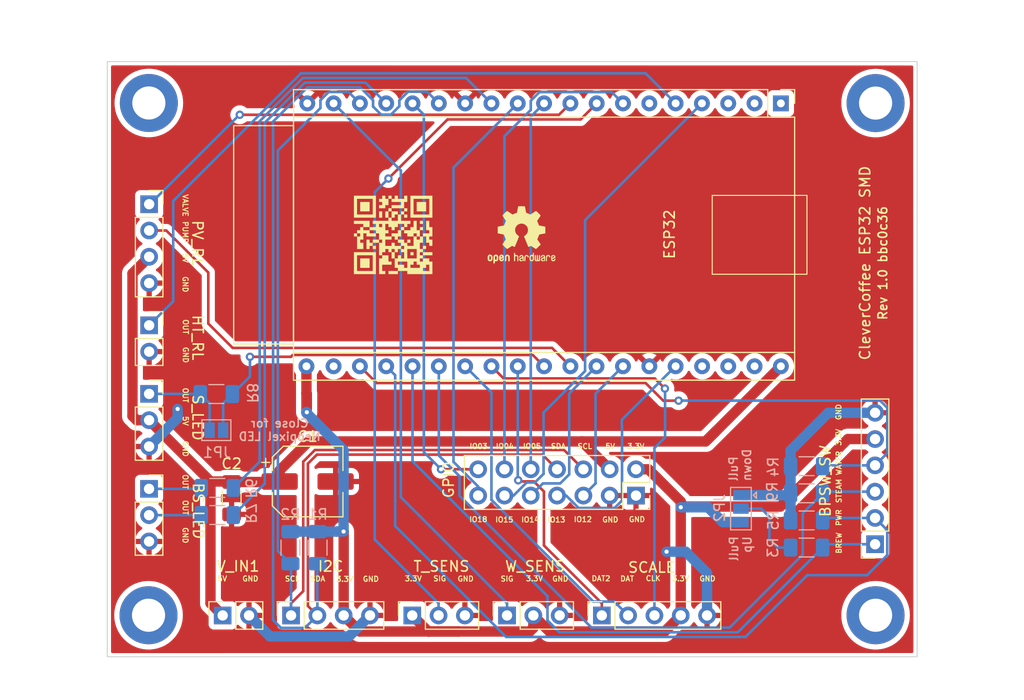
<source format=kicad_pcb>
(kicad_pcb (version 20221018) (generator pcbnew)
  (title_block (date "2023-12-28") (rev "1.0"))
  (layers (0 "F.Cu" signal) (31 "B.Cu" signal) (34 "B.Paste" user) (35 "F.Paste" user) (36 "B.SilkS" user "B.Silkscreen") (37 "F.SilkS" user "F.Silkscreen") (38 "B.Mask" user) (39 "F.Mask" user) (44 "Edge.Cuts" user))
  (net 0 "")
  (net 1 "IO16")
  (net 2 "+3V3")
  (net 3 "GND")
  (net 5 "IO2")
  (net 6 "IO34")
  (net 7 "IO4")
  (net 9 "IO5")
  (net 10 "IO19")
  (net 11 "SDA")
  (net 12 "IO18")
  (net 13 "IO3")
  (net 14 "SCL")
  (net 15 "IO36")
  (net 16 "RST")
  (net 17 "IO1")
  (net 18 "IO39")
  (net 19 "IO35")
  (net 20 "IO26")
  (net 22 "IO15")
  (net 24 "+5V")
  (net 25 "IO23")
  (net 26 "IO14")
  (net 27 "IO12")
  (net 28 "IO13")
  (net 32 "VALVE")
  (net 33 "DAT")
  (net 34 "CLK")
  (net 35 "PUMP")
  (net 36 "Net-(JP1-A)")
  (net 37 "DAT2")
  (net 38 "Net-(JP2-C)")
  (net 39 "Net-(BS_LED1-Pin_1)")
  (net 40 "Net-(BS_LED1-Pin_2)")
  (footprint "Connector_PinSocket_2.54mm:PinSocket_1x02_P2.54mm_Vertical" (layer "F.Cu") (at 103.84 100.475)
    (fp_text reference "HT_RL" (at 4.69 1.185 270 unlocked) (layer "F.SilkS"))
    (fp_text value "Conn_01x02")
    (pad "1" thru_hole rect (at 0 0) (size 1.7 1.7) (drill 1) (layers "*.Cu" "*.Mask") (net 5 "IO2"))
    (pad "2" thru_hole oval (at 0 2.54) (size 1.7 1.7) (drill 1) (layers "*.Cu" "*.Mask") (net 3 "GND"))
  )
  (footprint "Connector_PinSocket_2.54mm:PinSocket_1x04_P2.54mm_Vertical" (layer "F.Cu") (at 103.84 88.77)
    (fp_text reference "PV_RL" (at 4.67 3.775 270 unlocked) (layer "F.SilkS"))
    (fp_text value "Conn_01x04")
    (pad "1" thru_hole rect (at 0 0) (size 1.7 1.7) (drill 1) (layers "*.Cu" "*.Mask") (net 32 "VALVE"))
    (pad "2" thru_hole oval (at 0 2.54) (size 1.7 1.7) (drill 1) (layers "*.Cu" "*.Mask") (net 35 "PUMP"))
    (pad "3" thru_hole oval (at 0 5.08) (size 1.7 1.7) (drill 1) (layers "*.Cu" "*.Mask") (net 24 "+5V"))
    (pad "4" thru_hole oval (at 0 7.62) (size 1.7 1.7) (drill 1) (layers "*.Cu" "*.Mask") (net 3 "GND"))
  )
  (footprint "Capacitor_SMD:C_1206_3216Metric_Pad1.33x1.80mm_HandSolder" (layer "F.Cu") (at 111.8 117.17 -90)
    (fp_text reference "C2" (at -3.33 0 -180) (layer "F.SilkS"))
    (fp_text value "100 nF")
    (pad "1" smd roundrect (at -1.5625 0 270) (size 1.325 1.8) (layers "F.Cu" "F.Paste" "F.Mask") (roundrect_rratio 0.1886792453) (net 24 "+5V"))
    (pad "2" smd roundrect (at 1.5625 0 270) (size 1.325 1.8) (layers "F.Cu" "F.Paste" "F.Mask") (roundrect_rratio 0.1886792453) (net 3 "GND"))
  )
  (footprint "Connector_PinSocket_2.54mm:PinSocket_1x05_P2.54mm_Vertical" (layer "F.Cu") (at 147.54 128.5 90)
    (fp_text reference "SCALE" (at 4.64 4.81 180) (layer "F.SilkS"))
    (fp_text value "Conn_01x05")
    (pad "1" thru_hole rect (at 0 0 90) (size 1.7 1.7) (drill 1) (layers "*.Cu" "*.Mask") (net 37 "DAT2"))
    (pad "2" thru_hole oval (at 0 2.54 90) (size 1.7 1.7) (drill 1) (layers "*.Cu" "*.Mask") (net 33 "DAT"))
    (pad "3" thru_hole oval (at 0 5.08 90) (size 1.7 1.7) (drill 1) (layers "*.Cu" "*.Mask") (net 34 "CLK"))
    (pad "4" thru_hole oval (at 0 7.62 90) (size 1.7 1.7) (drill 1) (layers "*.Cu" "*.Mask") (net 2 "+3V3"))
    (pad "5" thru_hole oval (at 0 10.16 90) (size 1.7 1.7) (drill 1) (layers "*.Cu" "*.Mask") (net 3 "GND"))
  )
  (footprint "Connector_PinSocket_2.54mm:PinSocket_2x07_P2.54mm_Vertical" (layer "F.Cu") (at 150.84 116.92 -90)
    (fp_text reference "GPIO" (at -1.53 18.09 90) (layer "F.SilkS"))
    (fp_text value "Conn_02x07_Counter_Clockwise")
    (pad "1" thru_hole rect (at 0 0 270) (size 1.7 1.7) (drill 1) (layers "*.Cu" "*.Mask") (net 3 "GND"))
    (pad "2" thru_hole oval (at -2.54 0 270) (size 1.7 1.7) (drill 1) (layers "*.Cu" "*.Mask") (net 2 "+3V3"))
    (pad "3" thru_hole oval (at 0 2.54 270) (size 1.7 1.7) (drill 1) (layers "*.Cu" "*.Mask") (net 3 "GND"))
    (pad "4" thru_hole oval (at -2.54 2.54 270) (size 1.7 1.7) (drill 1) (layers "*.Cu" "*.Mask") (net 24 "+5V"))
    (pad "5" thru_hole oval (at 0 5.08 270) (size 1.7 1.7) (drill 1) (layers "*.Cu" "*.Mask") (net 27 "IO12"))
    (pad "6" thru_hole oval (at -2.54 5.08 270) (size 1.7 1.7) (drill 1) (layers "*.Cu" "*.Mask") (net 14 "SCL"))
    (pad "7" thru_hole oval (at 0 7.62 270) (size 1.7 1.7) (drill 1) (layers "*.Cu" "*.Mask") (net 28 "IO13"))
    (pad "8" thru_hole oval (at -2.54 7.62 270) (size 1.7 1.7) (drill 1) (layers "*.Cu" "*.Mask") (net 11 "SDA"))
    (pad "9" thru_hole oval (at 0 10.16 270) (size 1.7 1.7) (drill 1) (layers "*.Cu" "*.Mask") (net 26 "IO14"))
    (pad "10" thru_hole oval (at -2.54 10.16 270) (size 1.7 1.7) (drill 1) (layers "*.Cu" "*.Mask") (net 9 "IO5"))
    (pad "11" thru_hole oval (at 0 12.7 270) (size 1.7 1.7) (drill 1) (layers "*.Cu" "*.Mask") (net 22 "IO15"))
    (pad "12" thru_hole oval (at -2.54 12.7 270) (size 1.7 1.7) (drill 1) (layers "*.Cu" "*.Mask") (net 7 "IO4"))
    (pad "13" thru_hole oval (at 0 15.24 270) (size 1.7 1.7) (drill 1) (layers "*.Cu" "*.Mask") (net 12 "IO18"))
    (pad "14" thru_hole oval (at -2.54 15.24 270) (size 1.7 1.7) (drill 1) (layers "*.Cu" "*.Mask") (net 13 "IO3"))
  )
  (footprint "Connector_PinSocket_2.54mm:PinSocket_1x03_P2.54mm_Vertical" (layer "F.Cu") (at 129.24 128.5 90)
    (fp_text reference "T_SENS" (at 4.74 2.82) (layer "F.SilkS"))
    (fp_text value "Conn_01x03")
    (pad "1" thru_hole rect (at 0 0 90) (size 1.7 1.7) (drill 1) (layers "*.Cu" "*.Mask") (net 2 "+3V3"))
    (pad "2" thru_hole oval (at 0 2.54 90) (size 1.7 1.7) (drill 1) (layers "*.Cu" "*.Mask") (net 1 "IO16"))
    (pad "3" thru_hole oval (at 0 5.08 90) (size 1.7 1.7) (drill 1) (layers "*.Cu" "*.Mask") (net 3 "GND"))
  )
  (footprint "MountingHole:MountingHole_3.2mm_M3_DIN965_Pad" (layer "F.Cu") (at 103.81 78.99)
    (fp_text reference "H1")
    (fp_text value "MountingHole_3.2mm_M3_DIN965_Pad")
    (pad "1" thru_hole circle (at 0 0) (size 5.6 5.6) (drill 3.2) (layers "*.Cu" "*.Mask"))
  )
  (footprint "Connector_PinSocket_2.54mm:PinSocket_1x03_P2.54mm_Vertical" (layer "F.Cu") (at 103.83 116.27)
    (fp_text reference "BS_LED" (at 4.75 2.135 270 unlocked) (layer "F.SilkS"))
    (fp_text value "Conn_01x02")
    (pad "1" thru_hole rect (at 0 0) (size 1.7 1.7) (drill 1) (layers "*.Cu" "*.Mask") (net 39 "Net-(BS_LED1-Pin_1)"))
    (pad "2" thru_hole oval (at 0 2.54) (size 1.7 1.7) (drill 1) (layers "*.Cu" "*.Mask") (net 40 "Net-(BS_LED1-Pin_2)"))
    (pad "3" thru_hole oval (at 0 5.08) (size 1.7 1.7) (drill 1) (layers "*.Cu" "*.Mask") (net 3 "GND"))
  )
  (footprint "MountingHole:MountingHole_3.2mm_M3_DIN965_Pad" (layer "F.Cu") (at 103.78 128.48)
    (fp_text reference "H4")
    (fp_text value "MountingHole_3.2mm_M3_DIN965_Pad")
    (pad "1" thru_hole circle (at 0 0) (size 5.6 5.6) (drill 3.2) (layers "*.Cu" "*.Mask"))
  )
  (footprint "LOGO" (layer "F.Cu") (at 127.39 91.73)
    (fp_text reference "G***" hide)
    (fp_text value "LOGO" hide)
  )
  (footprint "Connector_PinSocket_2.54mm:PinSocket_1x03_P2.54mm_Vertical" (layer "F.Cu") (at 138.39 128.5 90)
    (fp_text reference "W_SENS" (at 4.74 2.7) (layer "F.SilkS"))
    (fp_text value "Conn_01x03")
    (pad "1" thru_hole rect (at 0 0 90) (size 1.7 1.7) (drill 1) (layers "*.Cu" "*.Mask") (net 25 "IO23"))
    (pad "2" thru_hole oval (at 0 2.54 90) (size 1.7 1.7) (drill 1) (layers "*.Cu" "*.Mask") (net 2 "+3V3"))
    (pad "3" thru_hole oval (at 0 5.08 90) (size 1.7 1.7) (drill 1) (layers "*.Cu" "*.Mask") (net 3 "GND"))
  )
  (footprint "Symbol:OSHW-Logo2_7.3x6mm_SilkScreen" (layer "F.Cu") (at 139.79 91.73)
    (fp_text reference "REF**" hide)
    (fp_text value "OSHW-Logo2_7.3x6mm_SilkScreen" hide)
  )
  (footprint "Connector_PinSocket_2.54mm:PinSocket_1x02_P2.54mm_Vertical" (layer "F.Cu") (at 110.94 128.5 90)
    (fp_text reference "V_IN1" (at 4.75 1.49 unlocked) (layer "F.SilkS"))
    (fp_text value "Conn_01x02")
    (pad "1" thru_hole rect (at 0 0 90) (size 1.7 1.7) (drill 1) (layers "*.Cu" "*.Mask") (net 24 "+5V"))
    (pad "2" thru_hole oval (at 0 2.54 90) (size 1.7 1.7) (drill 1) (layers "*.Cu" "*.Mask") (net 3 "GND"))
  )
  (footprint "Connector_PinSocket_2.54mm:PinSocket_1x03_P2.54mm_Vertical" (layer "F.Cu") (at 103.835 107.095)
    (fp_text reference "S_LED" (at 4.695 2.295 270 unlocked) (layer "F.SilkS"))
    (fp_text value "Conn_01x03")
    (pad "1" thru_hole rect (at 0 0) (size 1.7 1.7) (drill 1) (layers "*.Cu" "*.Mask") (net 36 "Net-(JP1-A)"))
    (pad "2" thru_hole oval (at 0 2.54) (size 1.7 1.7) (drill 1) (layers "*.Cu" "*.Mask") (net 24 "+5V"))
    (pad "3" thru_hole oval (at 0 5.08) (size 1.7 1.7) (drill 1) (layers "*.Cu" "*.Mask") (net 3 "GND"))
  )
  (footprint "MountingHole:MountingHole_3.2mm_M3_DIN965_Pad" (layer "F.Cu") (at 173.97 79)
    (fp_text reference "H2")
    (fp_text value "MountingHole_3.2mm_M3_DIN965_Pad")
    (pad "1" thru_hole circle (at 0 0) (size 5.6 5.6) (drill 3.2) (layers "*.Cu" "*.Mask"))
  )
  (footprint "Connector_PinSocket_2.54mm:PinSocket_1x06_P2.54mm_Vertical" (layer "F.Cu") (at 173.92 121.62 180)
    (fp_text reference "BPSW_SW" (at 4.8 6.12 270) (layer "F.SilkS"))
    (fp_text value "Conn_01x05")
    (pad "1" thru_hole rect (at 0 0 180) (size 1.7 1.7) (drill 1) (layers "*.Cu" "*.Mask") (net 6 "IO34"))
    (pad "2" thru_hole oval (at 0 2.54 180) (size 1.7 1.7) (drill 1) (layers "*.Cu" "*.Mask") (net 18 "IO39"))
    (pad "3" thru_hole oval (at 0 5.08 180) (size 1.7 1.7) (drill 1) (layers "*.Cu" "*.Mask") (net 19 "IO35"))
    (pad "4" thru_hole oval (at 0 7.62 180) (size 1.7 1.7) (drill 1) (layers "*.Cu" "*.Mask") (net 15 "IO36"))
    (pad "5" thru_hole oval (at 0 10.16 180) (size 1.7 1.7) (drill 1) (layers "*.Cu" "*.Mask") (net 2 "+3V3"))
    (pad "6" thru_hole oval (at 0 12.7 180) (size 1.7 1.7) (drill 1) (layers "*.Cu" "*.Mask") (net 3 "GND"))
  )
  (footprint "MountingHole:MountingHole_3.2mm_M3_DIN965_Pad" (layer "F.Cu") (at 173.97 128.48)
    (fp_text reference "H3")
    (fp_text value "MountingHole_3.2mm_M3_DIN965_Pad")
    (pad "1" thru_hole circle (at 0 0) (size 5.6 5.6) (drill 3.2) (layers "*.Cu" "*.Mask"))
  )
  (footprint "Module:NodeMCU DevKitC v4" (layer "F.Cu") (at 164.825 79.0275 -90)
    (fp_text reference "ESP32" (at 12.65 10.75 90) (layer "F.SilkS"))
    (fp_text value "NodeMCU_DevKitC_v4")
    (pad "1" thru_hole rect (at 0 0 270) (size 1.524 1.524) (drill 0.762) (layers "*.Cu" "*.Mask"))
    (pad "2" thru_hole circle (at 0 2.54 270) (size 1.524 1.524) (drill 0.762) (layers "*.Cu" "*.Mask"))
    (pad "3" thru_hole circle (at 0 5.08 270) (size 1.524 1.524) (drill 0.762) (layers "*.Cu" "*.Mask"))
    (pad "4" thru_hole circle (at 0 7.62 270) (size 1.524 1.524) (drill 0.762) (layers "*.Cu" "*.Mask") (net 22 "IO15"))
    (pad "5" thru_hole circle (at 0 10.16 270) (size 1.524 1.524) (drill 0.762) (layers "*.Cu" "*.Mask") (net 5 "IO2"))
    (pad "6" thru_hole circle (at 0 12.7 270) (size 1.524 1.524) (drill 0.762) (layers "*.Cu" "*.Mask"))
    (pad "7" thru_hole circle (at 0 15.24 270) (size 1.524 1.524) (drill 0.762) (layers "*.Cu" "*.Mask") (net 7 "IO4"))
    (pad "8" thru_hole circle (at 0 17.78 270) (size 1.524 1.524) (drill 0.762) (layers "*.Cu" "*.Mask") (net 1 "IO16"))
    (pad "9" thru_hole circle (at 0 20.32 270) (size 1.524 1.524) (drill 0.762) (layers "*.Cu" "*.Mask") (net 32 "VALVE"))
    (pad "10" thru_hole circle (at 0 22.86 270) (size 1.524 1.524) (drill 0.762) (layers "*.Cu" "*.Mask") (net 9 "IO5"))
    (pad "11" thru_hole circle (at 0 25.4 270) (size 1.524 1.524) (drill 0.762) (layers "*.Cu" "*.Mask") (net 12 "IO18"))
    (pad "12" thru_hole circle (at 0 27.94 270) (size 1.524 1.524) (drill 0.762) (layers "*.Cu" "*.Mask") (net 10 "IO19"))
    (pad "13" thru_hole circle (at 0 30.48 270) (size 1.524 1.524) (drill 0.762) (layers "*.Cu" "*.Mask") (net 3 "GND"))
    (pad "14" thru_hole circle (at 0 33.02 270) (size 1.524 1.524) (drill 0.762) (layers "*.Cu" "*.Mask") (net 11 "SDA"))
    (pad "15" thru_hole circle (at 0 35.56 270) (size 1.524 1.524) (drill 0.762) (layers "*.Cu" "*.Mask") (net 13 "IO3"))
    (pad "16" thru_hole circle (at 0 38.1 270) (size 1.524 1.524) (drill 0.762) (layers "*.Cu" "*.Mask") (net 17 "IO1"))
    (pad "17" thru_hole circle (at 0 40.64 270) (size 1.524 1.524) (drill 0.762) (layers "*.Cu" "*.Mask") (net 14 "SCL"))
    (pad "18" thru_hole circle (at 0 43.18 270) (size 1.524 1.524) (drill 0.762) (layers "*.Cu" "*.Mask") (net 25 "IO23"))
    (pad "19" thru_hole circle (at 0 45.72 270) (size 1.524 1.524) (drill 0.762) (layers "*.Cu" "*.Mask") (net 3 "GND"))
    (pad "20" thru_hole circle (at 25.4 45.8 270) (size 1.524 1.524) (drill 0.762) (layers "*.Cu" "*.Mask") (net 2 "+3V3"))
    (pad "21" thru_hole circle (at 25.4 43.18 270) (size 1.524 1.524) (drill 0.762) (layers "*.Cu" "*.Mask") (net 16 "RST"))
    (pad "22" thru_hole circle (at 25.4 40.64 270) (size 1.524 1.524) (drill 0.762) (layers "*.Cu" "*.Mask") (net 15 "IO36"))
    (pad "23" thru_hole circle (at 25.4 38.1 270) (size 1.524 1.524) (drill 0.762) (layers "*.Cu" "*.Mask") (net 18 "IO39"))
    (pad "24" thru_hole circle (at 25.4 35.56 270) (size 1.524 1.524) (drill 0.762) (layers "*.Cu" "*.Mask") (net 6 "IO34"))
    (pad "25" thru_hole circle (at 25.4 33.02 270) (size 1.524 1.524) (drill 0.762) (layers "*.Cu" "*.Mask") (net 19 "IO35"))
    (pad "26" thru_hole circle (at 25.4 30.48 270) (size 1.524 1.524) (drill 0.762) (layers "*.Cu" "*.Mask") (net 33 "DAT"))
    (pad "27" thru_hole circle (at 25.4 27.94 270) (size 1.524 1.524) (drill 0.762) (layers "*.Cu" "*.Mask") (net 34 "CLK"))
    (pad "28" thru_hole circle (at 25.4 25.4 270) (size 1.524 1.524) (drill 0.762) (layers "*.Cu" "*.Mask") (net 37 "DAT2"))
    (pad "29" thru_hole circle (at 25.4 22.86 270) (size 1.524 1.524) (drill 0.762) (layers "*.Cu" "*.Mask") (net 20 "IO26"))
    (pad "30" thru_hole circle (at 25.4 20.32 270) (size 1.524 1.524) (drill 0.762) (layers "*.Cu" "*.Mask") (net 35 "PUMP"))
    (pad "31" thru_hole circle (at 25.4 17.8 270) (size 1.524 1.524) (drill 0.762) (layers "*.Cu" "*.Mask") (net 26 "IO14"))
    (pad "32" thru_hole circle (at 25.4 15.24 270) (size 1.524 1.524) (drill 0.762) (layers "*.Cu" "*.Mask") (net 27 "IO12"))
    (pad "33" thru_hole circle (at 25.4 12.7 270) (size 1.524 1.524) (drill 0.762) (layers "*.Cu" "*.Mask") (net 3 "GND"))
    (pad "34" thru_hole circle (at 25.4 10.16 270) (size 1.524 1.524) (drill 0.762) (layers "*.Cu" "*.Mask") (net 28 "IO13"))
    (pad "35" thru_hole circle (at 25.4 7.6 270) (size 1.524 1.524) (drill 0.762) (layers "*.Cu" "*.Mask"))
    (pad "36" thru_hole circle (at 25.4 5.08 270) (size 1.524 1.524) (drill 0.762) (layers "*.Cu" "*.Mask"))
    (pad "37" thru_hole circle (at 25.4 2.54 270) (size 1.524 1.524) (drill 0.762) (layers "*.Cu" "*.Mask"))
    (pad "38" thru_hole circle (at 25.4 0 270) (size 1.524 1.524) (drill 0.762) (layers "*.Cu" "*.Mask") (net 24 "+5V"))
  )
  (footprint "Capacitor_SMD:CP_Elec_6.3x7.7" (layer "F.Cu") (at 119.14 115.56)
    (fp_text reference "C1" (at 0 -4.35) (layer "F.SilkS"))
    (fp_text value "220 μF")
    (pad "1" smd roundrect (at -2.7 0) (size 3.5 1.6) (layers "F.Cu" "F.Paste" "F.Mask") (roundrect_rratio 0.15625) (net 24 "+5V"))
    (pad "2" smd roundrect (at 2.7 0) (size 3.5 1.6) (layers "F.Cu" "F.Paste" "F.Mask") (roundrect_rratio 0.15625) (net 3 "GND"))
  )
  (footprint "Connector_PinSocket_2.54mm:PinSocket_1x04_P2.54mm_Vertical" (layer "F.Cu") (at 117.54 128.5 90)
    (fp_text reference "I2C" (at 4.74 3.82) (layer "F.SilkS"))
    (fp_text value "Conn_01x04")
    (pad "1" thru_hole rect (at 0 0 90) (size 1.7 1.7) (drill 1) (layers "*.Cu" "*.Mask") (net 14 "SCL"))
    (pad "2" thru_hole oval (at 0 2.54 90) (size 1.7 1.7) (drill 1) (layers "*.Cu" "*.Mask") (net 11 "SDA"))
    (pad "3" thru_hole oval (at 0 5.08 90) (size 1.7 1.7) (drill 1) (layers "*.Cu" "*.Mask") (net 2 "+3V3"))
    (pad "4" thru_hole oval (at 0 7.62 90) (size 1.7 1.7) (drill 1) (layers "*.Cu" "*.Mask") (net 3 "GND"))
  )
  (footprint "Resistor_SMD:R_1206_3216Metric_Pad1.30x1.75mm_HandSolder" (layer "B.Cu") (at 167.31 119.32)
    (fp_text reference "R5" (at -3.21 -0.02 90) (layer "B.SilkS") (effects (justify mirror)))
    (fp_text value "47K Ω")
    (pad "1" smd roundrect (at -1.55 0) (size 1.3 1.75) (layers "B.Cu" "B.Paste" "B.Mask") (roundrect_rratio 0.1923076923) (net 3 "GND"))
    (pad "2" smd roundrect (at 1.55 0) (size 1.3 1.75) (layers "B.Cu" "B.Paste" "B.Mask") (roundrect_rratio 0.1923076923) (net 18 "IO39"))
  )
  (footprint "Resistor_SMD:R_1206_3216Metric_Pad1.30x1.75mm_HandSolder" (layer "B.Cu") (at 117.48 121.95 90)
    (fp_text reference "R2" (at 3.21 -0.01) (layer "B.SilkS") (effects (justify mirror)))
    (fp_text value "4K7 Ω")
    (pad "1" smd roundrect (at -1.55 0 90) (size 1.3 1.75) (layers "B.Cu" "B.Paste" "B.Mask") (roundrect_rratio 0.1923076923) (net 14 "SCL"))
    (pad "2" smd roundrect (at 1.55 0 90) (size 1.3 1.75) (layers "B.Cu" "B.Paste" "B.Mask") (roundrect_rratio 0.1923076923) (net 2 "+3V3"))
  )
  (footprint "Jumper:SolderJumper-3_P1.3mm_Open_Pad1.0x1.5mm" (layer "B.Cu") (at 160.97 118.18 -90)
    (fp_text reference "JP2" (at -0.05 2.06 90 unlocked) (layer "B.SilkS") (effects (justify mirror)))
    (fp_text value "SolderJumper_3_Open")
    (pad "1" smd rect (at -1.3 0 270) (size 1 1.5) (layers "B.Cu" "B.Mask") (net 3 "GND"))
    (pad "2" smd rect (at 0 0 270) (size 1 1.5) (layers "B.Cu" "B.Mask") (net 38 "Net-(JP2-C)"))
    (pad "3" smd rect (at 1.3 0 270) (size 1 1.5) (layers "B.Cu" "B.Mask") (net 2 "+3V3"))
  )
  (footprint "Resistor_SMD:R_1206_3216Metric_Pad1.30x1.75mm_HandSolder" (layer "B.Cu") (at 110.33 107.11)
    (fp_text reference "R8" (at 3.46 -0.1 -90 unlocked) (layer "B.SilkS") (effects (justify mirror)))
    (fp_text value "220 Ω")
    (pad "1" smd roundrect (at -1.55 0) (size 1.3 1.75) (layers "B.Cu" "B.Paste" "B.Mask") (roundrect_rratio 0.1923076923) (net 36 "Net-(JP1-A)"))
    (pad "2" smd roundrect (at 1.55 0) (size 1.3 1.75) (layers "B.Cu" "B.Paste" "B.Mask") (roundrect_rratio 0.1923076923) (net 20 "IO26"))
  )
  (footprint "Resistor_SMD:R_1206_3216Metric_Pad1.30x1.75mm_HandSolder" (layer "B.Cu") (at 167.31 121.94)
    (fp_text reference "R3" (at -3.25 0.01 90) (layer "B.SilkS") (effects (justify mirror)))
    (fp_text value "47K Ω")
    (pad "1" smd roundrect (at -1.55 0) (size 1.3 1.75) (layers "B.Cu" "B.Paste" "B.Mask") (roundrect_rratio 0.1923076923) (net 38 "Net-(JP2-C)"))
    (pad "2" smd roundrect (at 1.55 0) (size 1.3 1.75) (layers "B.Cu" "B.Paste" "B.Mask") (roundrect_rratio 0.1923076923) (net 6 "IO34"))
  )
  (footprint "Resistor_SMD:R_1206_3216Metric_Pad1.30x1.75mm_HandSolder" (layer "B.Cu") (at 110.42 116.18)
    (fp_text reference "R6" (at 3.23 0.03 -90 unlocked) (layer "B.SilkS") (effects (justify mirror)))
    (fp_text value "220 Ω")
    (pad "1" smd roundrect (at -1.55 0) (size 1.3 1.75) (layers "B.Cu" "B.Paste" "B.Mask") (roundrect_rratio 0.1923076923) (net 39 "Net-(BS_LED1-Pin_1)"))
    (pad "2" smd roundrect (at 1.55 0) (size 1.3 1.75) (layers "B.Cu" "B.Paste" "B.Mask") (roundrect_rratio 0.1923076923) (net 10 "IO19"))
  )
  (footprint "Resistor_SMD:R_1206_3216Metric_Pad1.30x1.75mm_HandSolder" (layer "B.Cu") (at 110.42 118.8)
    (fp_text reference "R7" (at 3.2 -0.15 -90 unlocked) (layer "B.SilkS") (effects (justify mirror)))
    (fp_text value "220 Ω")
    (pad "1" smd roundrect (at -1.55 0) (size 1.3 1.75) (layers "B.Cu" "B.Paste" "B.Mask") (roundrect_rratio 0.1923076923) (net 40 "Net-(BS_LED1-Pin_2)"))
    (pad "2" smd roundrect (at 1.55 0) (size 1.3 1.75) (layers "B.Cu" "B.Paste" "B.Mask") (roundrect_rratio 0.1923076923) (net 17 "IO1"))
  )
  (footprint "Jumper:SolderJumper-2_P1.3mm_Open_Pad1.0x1.5mm" (layer "B.Cu") (at 110.33 110.6)
    (fp_text reference "JP1" (at 0.05 2.16 unlocked) (layer "B.SilkS") (effects (justify mirror)))
    (fp_text value "SolderJumper_2_Open")
    (pad "1" smd rect (at -0.65 0) (size 1 1.5) (layers "B.Cu" "B.Mask") (net 36 "Net-(JP1-A)"))
    (pad "2" smd rect (at 0.65 0) (size 1 1.5) (layers "B.Cu" "B.Mask") (net 20 "IO26"))
  )
  (footprint "Resistor_SMD:R_1206_3216Metric_Pad1.30x1.75mm_HandSolder" (layer "B.Cu") (at 167.31 116.7 180)
    (fp_text reference "R9" (at 3.31 0.15 90) (layer "B.SilkS") (effects (justify mirror)))
    (fp_text value "47K Ω")
    (pad "1" smd roundrect (at -1.55 0 180) (size 1.3 1.75) (layers "B.Cu" "B.Paste" "B.Mask") (roundrect_rratio 0.1923076923) (net 19 "IO35"))
    (pad "2" smd roundrect (at 1.55 0 180) (size 1.3 1.75) (layers "B.Cu" "B.Paste" "B.Mask") (roundrect_rratio 0.1923076923) (net 3 "GND"))
  )
  (footprint "Resistor_SMD:R_1206_3216Metric_Pad1.30x1.75mm_HandSolder" (layer "B.Cu") (at 167.31 114.08 180)
    (fp_text reference "R4" (at 3.22 -0.07 90) (layer "B.SilkS") (effects (justify mirror)))
    (fp_text value "47K Ω")
    (pad "1" smd roundrect (at -1.55 0 180) (size 1.3 1.75) (layers "B.Cu" "B.Paste" "B.Mask") (roundrect_rratio 0.1923076923) (net 15 "IO36"))
    (pad "2" smd roundrect (at 1.55 0 180) (size 1.3 1.75) (layers "B.Cu" "B.Paste" "B.Mask") (roundrect_rratio 0.1923076923) (net 3 "GND"))
  )
  (footprint "Resistor_SMD:R_1206_3216Metric_Pad1.30x1.75mm_HandSolder" (layer "B.Cu") (at 120.1 121.95 90)
    (fp_text reference "R1" (at 3.21 0.01) (layer "B.SilkS") (effects (justify mirror)))
    (fp_text value "4K7 Ω")
    (pad "1" smd roundrect (at -1.55 0 90) (size 1.3 1.75) (layers "B.Cu" "B.Paste" "B.Mask") (roundrect_rratio 0.1923076923) (net 11 "SDA"))
    (pad "2" smd roundrect (at 1.55 0 90) (size 1.3 1.75) (layers "B.Cu" "B.Paste" "B.Mask") (roundrect_rratio 0.1923076923) (net 2 "+3V3"))
  )
  (gr_rect (start 99.8 74.99) (end 177.98 132.49) (stroke (width 0.1)) (fill none) (layer "Edge.Cuts"))
  (gr_text "Pull\nDown" (at 162.01 115.61 90) (layer "B.SilkS") (effects (font (size 0.8 0.8)) (justify right bottom mirror)))
  (gr_text "Pull\nUp" (at 162.05 120.77 90) (layer "B.SilkS") (effects (font (size 0.8 0.8)) (justify left bottom mirror)))
  (gr_text "Close for\nNeopixel LED" (at 116.44 111.69) (layer "B.SilkS") (effects (font (size 0.8 0.8)) (justify bottom mirror)))
  (gr_text "5V" (at 107.35 109.71 270) (layer "F.SilkS") (effects (font (size 0.5 0.5) (thickness 0.1))))
  (gr_text "IO15\n" (at 138.13 119.25) (layer "F.SilkS") (effects (font (size 0.5 0.5) (thickness 0.1))))
  (gr_text "OUT" (at 107.34 118.08 270) (layer "F.SilkS") (effects (font (size 0.5 0.5) (thickness 0.1))))
  (gr_text "SCL\n" (at 145.9 112.16) (layer "F.SilkS") (effects (font (size 0.5 0.5) (thickness 0.1))))
  (gr_text "PUMP" (at 107.33 91.48 270) (layer "F.SilkS") (effects (font (size 0.5 0.5) (thickness 0.1))))
  (gr_text "3.3V\n" (at 170.4 111.29 90) (layer "F.SilkS") (effects (font (size 0.5 0.5) (thickness 0.1))))
  (gr_text "3.3V" (at 155.15 124.94) (layer "F.SilkS") (effects (font (size 0.5 0.5) (thickness 0.1))))
  (gr_text "IO13" (at 143.15 119.25) (layer "F.SilkS") (effects (font (size 0.5 0.5) (thickness 0.1))))
  (gr_text "IO14" (at 140.64 119.25) (layer "F.SilkS") (effects (font (size 0.5 0.5) (thickness 0.1))))
  (gr_text "GND" (at 157.74 124.95) (layer "F.SilkS") (effects (font (size 0.5 0.5) (thickness 0.1))))
  (gr_text "3.3V\n" (at 129.34 124.94) (layer "F.SilkS") (effects (font (size 0.5 0.5) (thickness 0.1))))
  (gr_text "GND" (at 107.36 103.33 270) (layer "F.SilkS") (effects (font (size 0.5 0.5) (thickness 0.1))))
  (gr_text "GND" (at 113.61 124.95) (layer "F.SilkS") (effects (font (size 0.5 0.5) (thickness 0.1))))
  (gr_text "CleverCoffee ESP32 SMD\n" (at 172.95 94.45 90) (layer "F.SilkS") (effects (font (size 1 1))))
  (gr_text "GND" (at 107.33 120.76 270) (layer "F.SilkS") (effects (font (size 0.5 0.5) (thickness 0.1))))
  (gr_text "IO05\n" (at 140.8 112.16) (layer "F.SilkS") (effects (font (size 0.5 0.5) (thickness 0.1))))
  (gr_text "GND" (at 148.36 119.25) (layer "F.SilkS") (effects (font (size 0.5 0.5) (thickness 0.1))))
  (gr_text "GND" (at 107.33 96.51 270) (layer "F.SilkS") (effects (font (size 0.5 0.5) (thickness 0.1))))
  (gr_text "3.3V\n" (at 141.03 124.94) (layer "F.SilkS") (effects (font (size 0.5 0.5) (thickness 0.1))))
  (gr_text "GND" (at 107.34 112.39 270) (layer "F.SilkS") (effects (font (size 0.5 0.5) (thickness 0.1))))
  (gr_text "SIG" (at 131.89 124.94) (layer "F.SilkS") (effects (font (size 0.5 0.5) (thickness 0.1))))
  (gr_text "SDA" (at 143.34 112.16) (layer "F.SilkS") (effects (font (size 0.5 0.5) (thickness 0.1))))
  (gr_text "SCL\n" (at 117.65 124.96) (layer "F.SilkS") (effects (font (size 0.5 0.5) (thickness 0.1))))
  (gr_text "IO03\n" (at 135.64 112.16) (layer "F.SilkS") (effects (font (size 0.5 0.5) (thickness 0.1))))
  (gr_text "GND" (at 125.24 124.98) (layer "F.SilkS") (effects (font (size 0.5 0.5) (thickness 0.1))))
  (gr_text "CLK" (at 152.5 124.92) (layer "F.SilkS") (effects (font (size 0.5 0.5) (thickness 0.1))))
  (gr_text "BREW" (at 170.43 121.5 90) (layer "F.SilkS") (effects (font (size 0.5 0.5) (thickness 0.1))))
  (gr_text "GND" (at 143.53 124.96) (layer "F.SilkS") (effects (font (size 0.5 0.5) (thickness 0.1))))
  (gr_text "WATER" (at 170.43 113.78 90) (layer "F.SilkS") (effects (font (size 0.5 0.5) (thickness 0.1))))
  (gr_text "IO12\n" (at 145.71 119.22) (layer "F.SilkS") (effects (font (size 0.5 0.5) (thickness 0.1))))
  (gr_text "3.3V" (at 122.72 124.99) (layer "F.SilkS") (effects (font (size 0.5 0.5) (thickness 0.1))))
  (gr_text "IO18\n" (at 135.62 119.22) (layer "F.SilkS") (effects (font (size 0.5 0.5) (thickness 0.1))))
  (gr_text "OUT" (at 107.36 100.62 270) (layer "F.SilkS") (effects (font (size 0.5 0.5) (thickness 0.1))))
  (gr_text "3.3V\n" (at 150.83 112.16) (layer "F.SilkS") (effects (font (size 0.5 0.5) (thickness 0.1))))
  (gr_text "GND" (at 170.4 108.85 90) (layer "F.SilkS") (effects (font (size 0.5 0.5) (thickness 0.1))))
  (gr_text "SDA" (at 120.12 124.96) (layer "F.SilkS") (effects (font (size 0.5 0.5) (thickness 0.1))))
  (gr_text "VALVE" (at 107.33 88.89 270) (layer "F.SilkS") (effects (font (size 0.5 0.5) (thickness 0.1))))
  (gr_text "IO04\n" (at 138.18 112.16) (layer "F.SilkS") (effects (font (size 0.5 0.5) (thickness 0.1))))
  (gr_text "STEAM" (at 170.43 116.47 90) (layer "F.SilkS") (effects (font (size 0.5 0.5) (thickness 0.1))))
  (gr_text "DAT" (at 149.99 124.95) (layer "F.SilkS") (effects (font (size 0.5 0.5) (thickness 0.1))))
  (gr_text "PWR" (at 170.42 119.05 90) (layer "F.SilkS") (effects (font (size 0.5 0.5) (thickness 0.1))))
  (gr_text "GND" (at 134.39 124.96) (layer "F.SilkS") (effects (font (size 0.5 0.5) (thickness 0.1))))
  (gr_text "5V" (at 148.35 112.16) (layer "F.SilkS") (effects (font (size 0.5 0.5) (thickness 0.1))))
  (gr_text "OUT" (at 107.34 107.23 270) (layer "F.SilkS") (effects (font (size 0.5 0.5) (thickness 0.1))))
  (gr_text "DAT2" (at 147.46 124.93) (layer "F.SilkS") (effects (font (size 0.5 0.5) (thickness 0.1))))
  (gr_text "GND" (at 150.93 119.22) (layer "F.SilkS") (effects (font (size 0.5 0.5) (thickness 0.1))))
  (gr_text "SIG" (at 138.39 124.96) (layer "F.SilkS") (effects (font (size 0.5 0.5) (thickness 0.1))))
  (gr_text "OUT" (at 107.33 115.6 270) (layer "F.SilkS") (effects (font (size 0.5 0.5) (thickness 0.1))))
  (gr_text "5V" (at 107.33 93.96 270) (layer "F.SilkS") (effects (font (size 0.5 0.5) (thickness 0.1))))
  (gr_text "Rev 1.0 bbc0c36" (at 175.16 100.04 90) (layer "F.SilkS") (effects (font (size 0.85 0.85) (thickness 0.15) bold) (justify left bottom)))
  (gr_text "5V" (at 110.9 124.95) (layer "F.SilkS") (effects (font (size 0.5 0.5) (thickness 0.1))))
  (segment (start 147.045 79.0275) (end 145.4922 80.5803) (width 0.25) (layer "F.Cu") (net 1))
  (segment (start 145.4922 80.5803) (end 132.6497 80.5803) (width 0.25) (layer "F.Cu") (net 1))
  (segment (start 132.6497 80.5803) (end 126.94 86.29) (width 0.25) (layer "F.Cu") (net 1))
  (via (at 126.94 86.29) (size 0.8) (drill 0.4) (layers "F.Cu" "B.Cu") (net 1))
  (segment (start 131.78 127.3247) (end 131.78 128.5) (width 0.25) (layer "B.Cu") (net 1))
  (segment (start 125.6163 121.161) (end 131.78 127.3247) (width 0.25) (layer "B.Cu") (net 1))
  (segment (start 126.94 86.29) (end 125.6163 87.6137) (width 0.25) (layer "B.Cu") (net 1))
  (segment (start 125.6163 87.6137) (end 125.6163 121.161) (width 0.25) (layer "B.Cu") (net 1))
  (segment (start 130.79 130.05) (end 133.7 130.05) (width 1) (layer "F.Cu") (net 2))
  (segment (start 164.77 117.98) (end 171.29 111.46) (width 1) (layer "F.Cu") (net 2))
  (segment (start 122.61 120.39) (end 122.62 120.4) (width 1) (layer "F.Cu") (net 2))
  (segment (start 122.62 128.5) (end 124.17 130.05) (width 1) (layer "F.Cu") (net 2))
  (segment (start 142.48 130.05) (end 140.93 128.5) (width 1) (layer "F.Cu") (net 2))
  (segment (start 119.06 107.0973) (end 119.06 108.87) (width 1) (layer "F.Cu") (net 2))
  (segment (start 119.025 107.0623) (end 119.06 107.0973) (width 1) (layer "F.Cu") (net 2))
  (segment (start 155.16 118.05) (end 155.23 117.98) (width 1) (layer "F.Cu") (net 2))
  (segment (start 119.025 104.428) (end 119.025 104.4275) (width 1) (layer "F.Cu") (net 2))
  (segment (start 119.025 107.0623) (end 119.025 108.835) (width 1) (layer "F.Cu") (net 2))
  (segment (start 155.16 128.5) (end 153.61 130.05) (width 1) (layer "F.Cu") (net 2))
  (segment (start 153.61 130.05) (end 142.48 130.05) (width 1) (layer "F.Cu") (net 2))
  (segment (start 119.025 104.428) (end 119.025 107.0623) (width 1) (layer "F.Cu") (net 2))
  (segment (start 140.93 129.702) (end 140.93 128.5) (width 1) (layer "F.Cu") (net 2))
  (segment (start 140.582 130.05) (end 140.93 129.702) (width 1) (layer "F.Cu") (net 2))
  (segment (start 155.16 117.497919) (end 152.042081 114.38) (width 1) (layer "F.Cu") (net 2))
  (segment (start 155.16 118.05) (end 155.16 128.5) (width 1) (layer "F.Cu") (net 2))
  (segment (start 129.24 128.5) (end 130.79 130.05) (width 1) (layer "F.Cu") (net 2))
  (segment (start 155.23 117.98) (end 164.77 117.98) (width 1) (layer "F.Cu") (net 2))
  (segment (start 155.16 118.05) (end 155.16 117.497919) (width 1) (layer "F.Cu") (net 2))
  (segment (start 122.62 120.4) (end 122.62 128.5) (width 1) (layer "F.Cu") (net 2))
  (segment (start 171.29 111.46) (end 173.92 111.46) (width 1) (layer "F.Cu") (net 2))
  (segment (start 124.17 130.05) (end 130.79 130.05) (width 1) (layer "F.Cu") (net 2))
  (segment (start 152.042081 114.38) (end 150.84 114.38) (width 1) (layer "F.Cu") (net 2))
  (segment (start 130.79 130.05) (end 133.7 130.05) (width 1) (layer "F.Cu") (net 2))
  (segment (start 133.7 130.05) (end 140.582 130.05) (width 1) (layer "F.Cu") (net 2))
  (via (at 155.16 118.05) (size 0.8) (drill 0.4) (layers "F.Cu" "B.Cu") (net 2))
  (via (at 119.06 108.87) (size 0.8) (drill 0.4) (layers "F.Cu" "B.Cu") (net 2))
  (via (at 122.61 120.39) (size 0.8) (drill 0.4) (layers "F.Cu" "B.Cu") (net 2))
  (segment (start 119.025 108.94) (end 119.025 108.905) (width 1) (layer "B.Cu") (net 2))
  (segment (start 122.61 120.39) (end 121.98 120.39) (width 1) (layer "B.Cu") (net 2))
  (segment (start 159.22 119.48) (end 160.97 119.48) (width 1) (layer "B.Cu") (net 2))
  (segment (start 122.61 112.525) (end 119.025 108.94) (width 1) (layer "B.Cu") (net 2))
  (segment (start 121.98 120.39) (end 121.97 120.4) (width 1) (layer "B.Cu") (net 2))
  (segment (start 121.97 120.4) (end 120.1 120.4) (width 1) (layer "B.Cu") (net 2))
  (segment (start 117.48 120.4) (end 120.1 120.4) (width 1) (layer "B.Cu") (net 2))
  (segment (start 119.025 108.835) (end 119.06 108.87) (width 1) (layer "B.Cu") (net 2))
  (segment (start 119.025 108.905) (end 119.06 108.87) (width 1) (layer "B.Cu") (net 2))
  (segment (start 155.16 118.05) (end 157.79 118.05) (width 1) (layer "B.Cu") (net 2))
  (segment (start 122.61 120.39) (end 122.61 112.525) (width 1) (layer "B.Cu") (net 2))
  (segment (start 157.79 118.05) (end 159.22 119.48) (width 1) (layer "B.Cu") (net 2))
  (via (at 106.59 108.55) (size 0.8) (drill 0.4) (layers "F.Cu" "B.Cu") (net 3))
  (via (at 153.79 122.34) (size 0.8) (drill 0.4) (layers "F.Cu" "B.Cu") (net 3))
  (segment (start 165.76 112.56) (end 165.76 114.08) (width 1) (layer "B.Cu") (net 3))
  (segment (start 113.48 128.5) (end 115.5087 130.5287) (width 1) (layer "B.Cu") (net 3))
  (segment (start 165.76 114.08) (end 165.76 116.7) (width 1) (layer "B.Cu") (net 3))
  (segment (start 115.5087 130.5287) (end 123.1313 130.5287) (width 1) (layer "B.Cu") (net 3))
  (segment (start 169.4 108.92) (end 165.76 112.56) (width 1) (layer "B.Cu") (net 3))
  (segment (start 153.79 122.34) (end 155.64 122.34) (width 1) (layer "B.Cu") (net 3))
  (segment (start 173.92 108.92) (end 169.4 108.92) (width 1) (layer "B.Cu") (net 3))
  (segment (start 160.97 116.88) (end 162.78 116.88) (width 1) (layer "B.Cu") (net 3))
  (segment (start 162.78 116.88) (end 165.58 116.88) (width 1) (layer "B.Cu") (net 3))
  (segment (start 165.76 116.7) (end 165.76 119.32) (width 1) (layer "B.Cu") (net 3))
  (segment (start 103.835 112.175) (end 106.59 109.42) (width 1) (layer "B.Cu") (net 3))
  (segment (start 157.7 124.4) (end 157.7 128.5) (width 1) (layer "B.Cu") (net 3))
  (segment (start 165.58 116.88) (end 165.76 116.7) (width 1) (layer "B.Cu") (net 3))
  (segment (start 106.59 109.42) (end 106.59 108.55) (width 1) (layer "B.Cu") (net 3))
  (segment (start 155.64 122.34) (end 157.7 124.4) (width 1) (layer "B.Cu") (net 3))
  (segment (start 123.1313 130.5287) (end 125.16 128.5) (width 1) (layer "B.Cu") (net 3))
  (segment (start 103.84 100.475) (end 106.1615 98.1535) (width 0.25) (layer "B.Cu") (net 5))
  (segment (start 106.1615 98.1535) (end 106.1615 88.4615) (width 0.25) (layer "B.Cu") (net 5))
  (segment (start 151.7616 76.1241) (end 118.4989 76.1241) (width 0.25) (layer "B.Cu") (net 5))
  (segment (start 154.665 79.0275) (end 151.7616 76.1241) (width 0.25) (layer "B.Cu") (net 5))
  (segment (start 118.4989 76.1241) (end 106.1615 88.4615) (width 0.25) (layer "B.Cu") (net 5))
  (segment (start 143.4335 130.1257) (end 142.2947 128.9869) (width 0.25) (layer "B.Cu") (net 6))
  (segment (start 173.92 121.62) (end 169.18 121.62) (width 0.25) (layer "B.Cu") (net 6))
  (segment (start 129.265 113.6066) (end 129.265 104.4275) (width 0.25) (layer "B.Cu") (net 6))
  (segment (start 142.2947 128.9869) (end 142.2947 126.6363) (width 0.25) (layer "B.Cu") (net 6))
  (segment (start 169.18 121.62) (end 168.86 121.94) (width 0.25) (layer "B.Cu") (net 6))
  (segment (start 142.2947 126.6363) (end 129.265 113.6066) (width 0.25) (layer "B.Cu") (net 6))
  (segment (start 160.6743 130.1257) (end 143.4335 130.1257) (width 0.25) (layer "B.Cu") (net 6))
  (segment (start 168.86 121.94) (end 160.6743 130.1257) (width 0.25) (layer "B.Cu") (net 6))
  (segment (start 141.5174 77.9373) (end 148.4948 77.9373) (width 0.25) (layer "B.Cu") (net 7))
  (segment (start 138.14 82.2045) (end 140.6802 79.6643) (width 0.25) (layer "B.Cu") (net 7))
  (segment (start 148.4948 77.9373) (end 149.585 79.0275) (width 0.25) (layer "B.Cu") (net 7))
  (segment (start 140.6802 79.6643) (end 140.6802 78.7745) (width 0.25) (layer "B.Cu") (net 7))
  (segment (start 140.6802 78.7745) (end 141.5174 77.9373) (width 0.25) (layer "B.Cu") (net 7))
  (segment (start 138.14 114.38) (end 138.14 82.2045) (width 0.25) (layer "B.Cu") (net 7))
  (segment (start 141.965 79.0275) (end 140.68 80.3125) (width 0.25) (layer "B.Cu") (net 9))
  (segment (start 140.68 80.3125) (end 140.68 114.38) (width 0.25) (layer "B.Cu") (net 9))
  (segment (start 114.5102 80.7497) (end 114.5102 113.6398) (width 0.25) (layer "B.Cu") (net 10))
  (segment (start 118.6855 76.5744) (end 114.5102 80.7497) (width 0.25) (layer "B.Cu") (net 10))
  (segment (start 136.885 79.0275) (end 134.4319 76.5744) (width 0.25) (layer "B.Cu") (net 10))
  (segment (start 114.5102 113.6398) (end 111.97 116.18) (width 0.25) (layer "B.Cu") (net 10))
  (segment (start 134.4319 76.5744) (end 118.6855 76.5744) (width 0.25) (layer "B.Cu") (net 10))
  (segment (start 141.805 112.965) (end 143.22 114.38) (width 0.25) (layer "F.Cu") (net 11))
  (segment (start 119.1653 113.831096) (end 120.031396 112.965) (width 0.25) (layer "F.Cu") (net 11))
  (segment (start 120.031396 112.965) (end 141.805 112.965) (width 0.25) (layer "F.Cu") (net 11))
  (segment (start 120.08 128.5) (end 119.1653 127.5853) (width 0.25) (layer "F.Cu") (net 11))
  (segment (start 119.1653 127.5853) (end 119.1653 113.831096) (width 0.25) (layer "F.Cu") (net 11))
  (segment (start 127.995 79.3044) (end 127.995 78.735) (width 0.25) (layer "B.Cu") (net 11))
  (segment (start 115.8036 80.7896) (end 119.1153 77.4779) (width 0.25) (layer "B.Cu") (net 11))
  (segment (start 125.455 79.3346) (end 126.2353 80.1149) (width 0.25) (layer "B.Cu") (net 11))
  (segment (start 116.5665 129.7037) (end 115.8036 128.9408) (width 0.25) (layer "B.Cu") (net 11))
  (segment (start 120.08 128.5) (end 120.08 123.52) (width 0.25) (layer "B.Cu") (net 11))
  (segment (start 124.2054 77.4779) (end 125.455 78.7275) (width 0.25) (layer "B.Cu") (net 11))
  (segment (start 120.08 128.5) (end 118.8763 129.7037) (width 0.25) (layer "B.Cu") (net 11))
  (segment (start 125.455 78.7275) (end 125.455 79.3346) (width 0.25) (layer "B.Cu") (net 11))
  (segment (start 115.8036 128.9408) (end 115.8036 80.7896) (width 0.25) (layer "B.Cu") (net 11))
  (segment (start 120.08 123.52) (end 120.1 123.5) (width 0.25) (layer "B.Cu") (net 11))
  (segment (start 127.1845 80.1149) (end 127.995 79.3044) (width 0.25) (layer "B.Cu") (net 11))
  (segment (start 126.2353 80.1149) (end 127.1845 80.1149) (width 0.25) (layer "B.Cu") (net 11))
  (segment (start 128.8331 77.8969) (end 130.6744 77.8969) (width 0.25) (layer "B.Cu") (net 11))
  (segment (start 130.6744 77.8969) (end 131.805 79.0275) (width 0.25) (layer "B.Cu") (net 11))
  (segment (start 119.1153 77.4779) (end 124.2054 77.4779) (width 0.25) (layer "B.Cu") (net 11))
  (segment (start 127.995 78.735) (end 128.8331 77.8969) (width 0.25) (layer "B.Cu") (net 11))
  (segment (start 118.8763 129.7037) (end 116.5665 129.7037) (width 0.25) (layer "B.Cu") (net 11))
  (segment (start 135.6 116.0423) (end 133.2217 113.664) (width 0.25) (layer "B.Cu") (net 12))
  (segment (start 135.6 116.92) (end 135.6 116.0423) (width 0.25) (layer "B.Cu") (net 12))
  (segment (start 133.2217 85.2308) (end 139.425 79.0275) (width 0.25) (layer "B.Cu") (net 12))
  (segment (start 133.2217 113.664) (end 133.2217 85.2308) (width 0.25) (layer "B.Cu") (net 12))
  (segment (start 135.6 114.38) (end 134.4247 114.38) (width 0.25) (layer "F.Cu") (net 13))
  (segment (start 134.4188 114.3741) (end 134.4247 114.38) (width 0.25) (layer "F.Cu") (net 13))
  (segment (start 132.015 114.3741) (end 134.4188 114.3741) (width 0.25) (layer "F.Cu") (net 13))
  (via (at 132.015 114.3741) (size 0.8) (drill 0.4) (layers "F.Cu" "B.Cu") (net 13))
  (segment (start 130.3565 80.119) (end 130.3565 112.7156) (width 0.25) (layer "B.Cu") (net 13))
  (segment (start 129.265 79.0275) (end 130.3565 80.119) (width 0.25) (layer "B.Cu") (net 13))
  (segment (start 130.3565 112.7156) (end 132.015 114.3741) (width 0.25) (layer "B.Cu") (net 13))
  (segment (start 145.76 114.38) (end 143.895 112.515) (width 0.25) (layer "F.Cu") (net 14))
  (segment (start 118.7153 113.6447) (end 118.7153 126.1494) (width 0.25) (layer "F.Cu") (net 14))
  (segment (start 117.54 127.3247) (end 117.54 128.5) (width 0.25) (layer "F.Cu") (net 14))
  (segment (start 119.845 112.515) (end 118.7153 113.6447) (width 0.25) (layer "F.Cu") (net 14))
  (segment (start 118.7153 126.1494) (end 117.54 127.3247) (width 0.25) (layer "F.Cu") (net 14))
  (segment (start 143.895 112.515) (end 119.845 112.515) (width 0.25) (layer "F.Cu") (net 14))
  (segment (start 123.0858 77.9283) (end 124.185 79.0275) (width 0.25) (layer "B.Cu") (net 14))
  (segment (start 116.2663 83.5904) (end 120.375 79.4817) (width 0.25) (layer "B.Cu") (net 14))
  (segment (start 116.2663 122.2863) (end 116.2663 83.5904) (width 0.25) (layer "B.Cu") (net 14))
  (segment (start 121.1687 77.9283) (end 123.0858 77.9283) (width 0.25) (layer "B.Cu") (net 14))
  (segment (start 117.48 123.5) (end 116.2663 122.2863) (width 0.25) (layer "B.Cu") (net 14))
  (segment (start 120.375 78.722) (end 121.1687 77.9283) (width 0.25) (layer "B.Cu") (net 14))
  (segment (start 120.375 79.4817) (end 120.375 78.722) (width 0.25) (layer "B.Cu") (net 14))
  (segment (start 117.54 128.5) (end 117.54 123.56) (width 0.25) (layer "B.Cu") (net 14))
  (segment (start 117.54 123.56) (end 117.48 123.5) (width 0.25) (layer "B.Cu") (net 14))
  (segment (start 154.95 107.75) (end 153.47 107.75) (width 0.25) (layer "F.Cu") (net 15))
  (segment (start 153.47 107.75) (end 151.77 106.05) (width 0.25) (layer "F.Cu") (net 15))
  (segment (start 125.8075 106.05) (end 124.185 104.4275) (width 0.25) (layer "F.Cu") (net 15))
  (segment (start 151.77 106.05) (end 125.8075 106.05) (width 0.25) (layer "F.Cu") (net 15))
  (via (at 154.95 107.75) (size 0.8) (drill 0.4) (layers "F.Cu" "B.Cu") (net 15))
  (segment (start 154.95 107.75) (end 154.955 107.745) (width 0.25) (layer "B.Cu") (net 15))
  (segment (start 168.94 114) (end 168.86 114.08) (width 0.25) (layer "B.Cu") (net 15))
  (segment (start 173.92 114) (end 168.94 114) (width 0.25) (layer "B.Cu") (net 15))
  (segment (start 175.1 108.438299) (end 175.1 112.82) (width 0.25) (layer "B.Cu") (net 15))
  (segment (start 175.1 112.82) (end 173.92 114) (width 0.25) (layer "B.Cu") (net 15))
  (segment (start 154.955 107.745) (end 174.406701 107.745) (width 0.25) (layer "B.Cu") (net 15))
  (segment (start 174.406701 107.745) (end 175.1 108.438299) (width 0.25) (layer "B.Cu") (net 15))
  (segment (start 124.7223 77.0248) (end 126.725 79.0275) (width 0.25) (layer "B.Cu") (net 17))
  (segment (start 114.9976 80.8992) (end 118.872 77.0248) (width 0.25) (layer "B.Cu") (net 17))
  (segment (start 111.97 118.8) (end 114.9976 115.7724) (width 0.25) (layer "B.Cu") (net 17))
  (segment (start 118.872 77.0248) (end 124.7223 77.0248) (width 0.25) (layer "B.Cu") (net 17))
  (segment (start 114.9976 115.7724) (end 114.9976 80.8992) (width 0.25) (layer "B.Cu") (net 17))
  (segment (start 169.1 119.08) (end 168.86 119.32) (width 0.25) (layer "B.Cu") (net 18))
  (segment (start 175.0954 120.2554) (end 175.0954 122.6683) (width 0.25) (layer "B.Cu") (net 18))
  (segment (start 175.0954 122.6683) (end 173.15685 124.60685) (width 0.25) (layer "B.Cu") (net 18))
  (segment (start 167.37915 124.60685) (end 161.41 130.576) (width 0.25) (layer "B.Cu") (net 18))
  (segment (start 173.92 119.08) (end 175.0954 120.2554) (width 0.25) (layer "B.Cu") (net 18))
  (segment (start 127.5905 119.8634) (end 127.5905 105.293) (width 0.25) (layer "B.Cu") (net 18))
  (segment (start 161.41 130.576) (end 138.3031 130.576) (width 0.25) (layer "B.Cu") (net 18))
  (segment (start 173.92 119.08) (end 169.1 119.08) (width 0.25) (layer "B.Cu") (net 18))
  (segment (start 127.5905 105.293) (end 126.725 104.4275) (width 0.25) (layer "B.Cu") (net 18))
  (segment (start 138.3031 130.576) (end 127.5905 119.8634) (width 0.25) (layer "B.Cu") (net 18))
  (segment (start 173.15685 124.60685) (end 167.37915 124.60685) (width 0.25) (layer "B.Cu") (net 18))
  (segment (start 168.86 116.7) (end 166.9355 118.6245) (width 0.25) (layer "B.Cu") (net 19))
  (segment (start 133.798 115.0391) (end 131.805 113.0461) (width 0.25) (layer "B.Cu") (net 19))
  (segment (start 131.805 113.0461) (end 131.805 104.4275) (width 0.25) (layer "B.Cu") (net 19))
  (segment (start 159.8747 129.6754) (end 146.5463 129.6754) (width 0.25) (layer "B.Cu") (net 19))
  (segment (start 169.02 116.54) (end 168.86 116.7) (width 0.25) (layer "B.Cu") (net 19))
  (segment (start 166.9355 122.6146) (end 159.8747 129.6754) (width 0.25) (layer "B.Cu") (net 19))
  (segment (start 173.92 116.54) (end 169.02 116.54) (width 0.25) (layer "B.Cu") (net 19))
  (segment (start 133.798 116.9271) (end 133.798 115.0391) (width 0.25) (layer "B.Cu") (net 19))
  (segment (start 166.9355 118.6245) (end 166.9355 122.6146) (width 0.25) (layer "B.Cu") (net 19))
  (segment (start 146.5463 129.6754) (end 133.798 116.9271) (width 0.25) (layer "B.Cu") (net 19))
  (segment (start 113.57 103.51) (end 117.527 103.51) (width 0.25) (layer "F.Cu") (net 20))
  (segment (start 140.8776 103.3401) (end 141.965 104.4275) (width 0.25) (layer "F.Cu") (net 20))
  (segment (start 117.6969 103.3401) (end 140.8776 103.3401) (width 0.25) (layer "F.Cu") (net 20))
  (segment (start 117.527 103.51) (end 117.6969 103.3401) (width 0.25) (layer "F.Cu") (net 20))
  (via (at 113.57 103.51) (size 0.8) (drill 0.4) (layers "F.Cu" "B.Cu") (net 20))
  (segment (start 111.43 107.56) (end 111.88 107.11) (width 0.25) (layer "B.Cu") (net 20))
  (segment (start 110.98 108.01) (end 111.43 107.56) (width 0.25) (layer "B.Cu") (net 20))
  (segment (start 110.98 110.6) (end 110.98 108.01) (width 0.25) (layer "B.Cu") (net 20))
  (segment (start 113.57 105.42) (end 111.43 107.56) (width 0.25) (layer "B.Cu") (net 20))
  (segment (start 113.57 103.51) (end 113.57 105.42) (width 0.25) (layer "B.Cu") (net 20))
  (segment (start 141.9166 108.899) (end 141.9166 114.82) (width 0.25) (layer "B.Cu") (net 22))
  (segment (start 139.0177 116.92) (end 140.285 115.6527) (width 0.25) (layer "B.Cu") (net 22))
  (segment (start 141.9166 114.82) (end 141.0839 115.6527) (width 0.25) (layer "B.Cu") (net 22))
  (segment (start 138.14 116.92) (end 139.0177 116.92) (width 0.25) (layer "B.Cu") (net 22))
  (segment (start 141.0839 115.6527) (end 140.285 115.6527) (width 0.25) (layer "B.Cu") (net 22))
  (segment (start 157.205 79.0275) (end 145.9244 90.3081) (width 0.25) (layer "B.Cu") (net 22))
  (segment (start 145.9244 90.3081) (end 145.9244 104.8912) (width 0.25) (layer "B.Cu") (net 22))
  (segment (start 145.9244 104.8912) (end 141.9166 108.899) (width 0.25) (layer "B.Cu") (net 22))
  (segment (start 102.23 95.46) (end 103.84 93.85) (width 1) (layer "F.Cu") (net 24))
  (segment (start 119.23 111.69) (end 145.61 111.69) (width 1) (layer "F.Cu") (net 24))
  (segment (start 145.61 111.69) (end 157.5625 111.69) (width 1) (layer "F.Cu") (net 24))
  (segment (start 157.6825 111.57) (end 158.53625 110.71625) (width 1) (layer "F.Cu") (net 24))
  (segment (start 109.76 115.56) (end 109.76 127.32) (width 1) (layer "F.Cu") (net 24))
  (segment (start 109.76 127.32) (end 110.94 128.5) (width 1) (layer "F.Cu") (net 24))
  (segment (start 157.5625 111.69) (end 158.53625 110.71625) (width 1) (layer "F.Cu") (net 24))
  (segment (start 102.633 109.635) (end 102.23 109.232) (width 1) (layer "F.Cu") (net 24))
  (segment (start 111.7525 115.56) (end 111.8 115.6075) (width 1) (layer "F.Cu") (net 24))
  (segment (start 116.44 115.56) (end 116.44 114.48) (width 1) (layer "F.Cu") (net 24))
  (segment (start 116.44 114.48) (end 119.23 111.69) (width 1) (layer "F.Cu") (net 24))
  (segment (start 145.61 111.69) (end 148.3 114.38) (width 1) (layer "F.Cu") (net 24))
  (segment (start 102.23 109.232) (end 102.23 95.46) (width 1) (layer "F.Cu") (net 24))
  (segment (start 116.3925 115.6075) (end 116.44 115.56) (width 1) (layer "F.Cu") (net 24))
  (segment (start 103.835 109.635) (end 102.633 109.635) (width 1) (layer "F.Cu") (net 24))
  (segment (start 158.53625 110.71625) (end 164.825 104.4275) (width 1) (layer "F.Cu") (net 24))
  (segment (start 103.835 109.635) (end 109.76 115.56) (width 1) (layer "F.Cu") (net 24))
  (segment (start 109.76 115.56) (end 111.7525 115.56) (width 1) (layer "F.Cu") (net 24))
  (segment (start 111.8 115.6075) (end 116.3925 115.6075) (width 1) (layer "F.Cu") (net 24))
  (segment (start 121.645 79.0275) (end 128.1391 85.5216) (width 0.25) (layer "B.Cu") (net 25))
  (segment (start 128.1391 85.5216) (end 128.1391 117.0738) (width 0.25) (layer "B.Cu") (net 25))
  (segment (start 138.39 127.3247) (end 138.39 128.5) (width 0.25) (layer "B.Cu") (net 25))
  (segment (start 128.1391 117.0738) (end 138.39 127.3247) (width 0.25) (layer "B.Cu") (net 25))
  (segment (start 143.5198 115.745) (end 144.3954 114.8694) (width 0.25) (layer "B.Cu") (net 26))
  (segment (start 144.3954 107.0571) (end 147.025 104.4275) (width 0.25) (layer "B.Cu") (net 26))
  (segment (start 140.68 116.92) (end 141.855 115.745) (width 0.25) (layer "B.Cu") (net 26))
  (segment (start 144.3954 114.8694) (end 144.3954 107.0571) (width 0.25) (layer "B.Cu") (net 26))
  (segment (start 141.855 115.745) (end 143.5198 115.745) (width 0.25) (layer "B.Cu") (net 26))
  (segment (start 145.76 116.92) (end 146.9353 115.7447) (width 0.25) (layer "B.Cu") (net 27))
  (segment (start 146.9353 115.7447) (end 146.9353 107.0772) (width 0.25) (layer "B.Cu") (net 27))
  (segment (start 146.9353 107.0772) (end 149.585 104.4275) (width 0.25) (layer "B.Cu") (net 27))
  (segment (start 149.4929 117.3941) (end 149.4929 110.2276) (width 0.25) (layer "B.Cu") (net 28))
  (segment (start 148.7751 118.1119) (end 149.4929 117.3941) (width 0.25) (layer "B.Cu") (net 28))
  (segment (start 144.098299 116.92) (end 145.290199 118.1119) (width 0.25) (layer "B.Cu") (net 28))
  (segment (start 145.290199 118.1119) (end 148.7751 118.1119) (width 0.25) (layer "B.Cu") (net 28))
  (segment (start 149.4679 110.2026) (end 149.4679 109.6018) (width 0.25) (layer "B.Cu") (net 28))
  (segment (start 149.4929 110.2276) (end 149.4679 110.2026) (width 0.25) (layer "B.Cu") (net 28))
  (segment (start 149.4679 109.6018) (end 154.6422 104.4275) (width 0.25) (layer "B.Cu") (net 28))
  (segment (start 143.22 116.92) (end 144.098299 116.92) (width 0.25) (layer "B.Cu") (net 28))
  (segment (start 154.6422 104.4275) (end 154.665 104.4275) (width 0.25) (layer "B.Cu") (net 28))
  (segment (start 112.59 80.13) (end 112.5903 80.1303) (width 0.25) (layer "F.Cu") (net 32))
  (segment (start 112.5903 80.1303) (end 143.4022 80.1303) (width 0.25) (layer "F.Cu") (net 32))
  (segment (start 143.4022 80.1303) (end 144.505 79.0275) (width 0.25) (layer "F.Cu") (net 32))
  (segment (start 112.5532 80.1303) (end 112.5897 80.1303) (width 0.25) (layer "F.Cu") (net 32))
  (segment (start 112.5897 80.1303) (end 112.59 80.13) (width 0.25) (layer "F.Cu") (net 32))
  (segment (start 103.84 88.77) (end 103.9135 88.77) (width 0.25) (layer "F.Cu") (net 32))
  (via (at 112.59 80.13) (size 0.8) (drill 0.4) (layers "F.Cu" "B.Cu") (net 32))
  (segment (start 103.9135 88.77) (end 112.5532 80.1303) (width 0.25) (layer "B.Cu") (net 32))
  (segment (start 136.885 106.9675) (end 136.885 117.3308) (width 0.25) (layer "B.Cu") (net 33))
  (segment (start 148.7379 127.1579) (end 146.7121 127.1579) (width 0.25) (layer "B.Cu") (net 33))
  (segment (start 134.345 104.4275) (end 136.885 106.9675) (width 0.25) (layer "B.Cu") (net 33))
  (segment (start 136.885 117.3308) (end 146.7121 127.1579) (width 0.25) (layer "B.Cu") (net 33))
  (segment (start 150.08 128.5) (end 148.7379 127.1579) (width 0.25) (layer "B.Cu") (net 33))
  (segment (start 152.65 105.6) (end 138.0575 105.6) (width 0.25) (layer "F.Cu") (net 34))
  (segment (start 138.0575 105.6) (end 136.885 104.4275) (width 0.25) (layer "F.Cu") (net 34))
  (segment (start 153.63 106.58) (end 152.65 105.6) (width 0.25) (layer "F.Cu") (net 34))
  (via (at 153.63 106.58) (size 0.8) (drill 0.4) (layers "F.Cu" "B.Cu") (net 34))
  (segment (start 153.647149 111.301851) (end 152.62 112.329) (width 0.25) (layer "B.Cu") (net 34))
  (segment (start 152.62 112.329) (end 152.62 128.5) (width 0.25) (layer "B.Cu") (net 34))
  (segment (start 153.647149 106.597149) (end 153.647149 111.301851) (width 0.25) (layer "B.Cu") (net 34))
  (segment (start 153.63 106.58) (end 153.647149 106.597149) (width 0.25) (layer "B.Cu") (net 34))
  (segment (start 111.8997 102.6531) (end 142.7306 102.6531) (width 0.25) (layer "F.Cu") (net 35))
  (segment (start 142.7306 102.6531) (end 144.505 104.4275) (width 0.25) (layer "F.Cu") (net 35))
  (segment (start 109.55 100.3034) (end 111.8997 102.6531) (width 0.25) (layer "F.Cu") (net 35))
  (segment (start 103.84 91.31) (end 105.49 91.31) (width 0.25) (layer "F.Cu") (net 35))
  (segment (start 109.55 95.37) (end 109.55 100.3034) (width 0.25) (layer "F.Cu") (net 35))
  (segment (start 105.49 91.31) (end 109.55 95.37) (width 0.25) (layer "F.Cu") (net 35))
  (segment (start 109.68 110.6) (end 109.68 108.01) (width 0.25) (layer "B.Cu") (net 36))
  (segment (start 108.765 107.095) (end 108.78 107.11) (width 0.25) (layer "B.Cu") (net 36))
  (segment (start 109.68 108.01) (end 108.78 107.11) (width 0.25) (layer "B.Cu") (net 36))
  (segment (start 103.835 107.095) (end 108.765 107.095) (width 0.25) (layer "B.Cu") (net 36))
  (segment (start 140.9796 115.5554) (end 141.95 116.5258) (width 0.25) (layer "F.Cu") (net 37))
  (segment (start 141.95 121.7347) (end 147.54 127.3247) (width 0.25) (layer "F.Cu") (net 37))
  (segment (start 139.469451 115.443651) (end 139.5812 115.5554) (width 0.25) (layer "F.Cu") (net 37))
  (segment (start 147.54 127.3247) (end 147.54 128.5) (width 0.25) (layer "F.Cu") (net 37))
  (segment (start 139.5812 115.5554) (end 140.9796 115.5554) (width 0.25) (layer "F.Cu") (net 37))
  (segment (start 141.95 116.5258) (end 141.95 121.7347) (width 0.25) (layer "F.Cu") (net 37))
  (via (at 139.469451 115.443651) (size 0.8) (drill 0.4) (layers "F.Cu" "B.Cu") (net 37))
  (segment (start 139.425 115.3992) (end 139.425 104.4275) (width 0.25) (layer "B.Cu") (net 37))
  (segment (start 139.469451 115.443651) (end 139.425 115.3992) (width 0.25) (layer "B.Cu") (net 37))
  (segment (start 162.93 118.18) (end 163.72 118.97) (width 0.25) (layer "B.Cu") (net 38))
  (segment (start 164.51 121.94) (end 165.76 121.94) (width 0.25) (layer "B.Cu") (net 38))
  (segment (start 160.97 118.18) (end 162.93 118.18) (width 0.25) (layer "B.Cu") (net 38))
  (segment (start 163.72 121.15) (end 164.51 121.94) (width 0.25) (layer "B.Cu") (net 38))
  (segment (start 163.72 118.97) (end 163.72 121.15) (width 0.25) (layer "B.Cu") (net 38))
  (segment (start 103.83 116.27) (end 108.78 116.27) (width 0.25) (layer "B.Cu") (net 39))
  (segment (start 108.78 116.27) (end 108.87 116.18) (width 0.25) (layer "B.Cu") (net 39))
  (segment (start 108.86 118.81) (end 108.87 118.8) (width 0.25) (layer "B.Cu") (net 40))
  (segment (start 103.83 118.81) (end 108.86 118.81) (width 0.25) (layer "B.Cu") (net 40))
  (zone (net 3) (net_name "GND") (layer "F.Cu") (connect_pads (clearance 0.508)) (min_thickness 0.254) (fill yes (thermal_gap 0.508) (thermal_bridge_width 0.508))
    (polygon (pts (xy 177.6 75.37) (xy 177.62 132.13) (xy 100.16 132.14) (xy 100.16 75.36)))
  )
)
</source>
